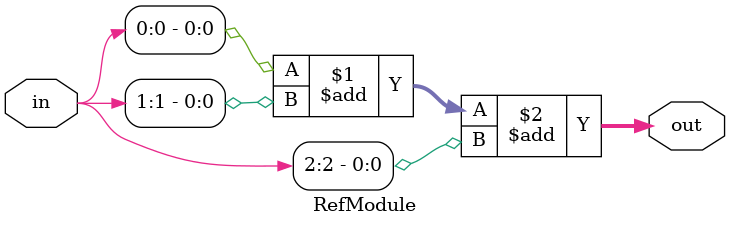
<source format=v>
module RefModule (
  input [2:0] in,
  output [1:0] out
);

  assign out = in[0]+in[1]+in[2];

endmodule


</source>
